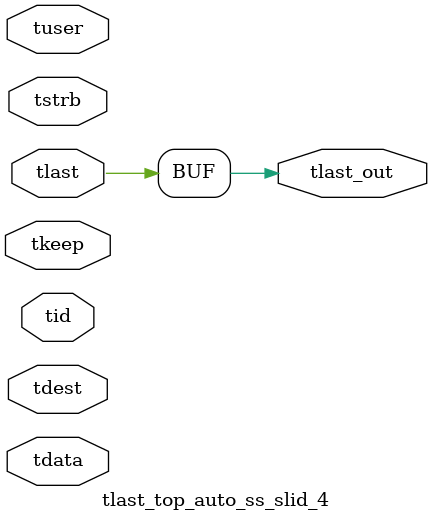
<source format=v>


`timescale 1ps/1ps

module tlast_top_auto_ss_slid_4 #
(
parameter C_S_AXIS_TID_WIDTH   = 1,
parameter C_S_AXIS_TUSER_WIDTH = 0,
parameter C_S_AXIS_TDATA_WIDTH = 0,
parameter C_S_AXIS_TDEST_WIDTH = 0
)
(
input  [(C_S_AXIS_TID_WIDTH   == 0 ? 1 : C_S_AXIS_TID_WIDTH)-1:0       ] tid,
input  [(C_S_AXIS_TDATA_WIDTH == 0 ? 1 : C_S_AXIS_TDATA_WIDTH)-1:0     ] tdata,
input  [(C_S_AXIS_TUSER_WIDTH == 0 ? 1 : C_S_AXIS_TUSER_WIDTH)-1:0     ] tuser,
input  [(C_S_AXIS_TDEST_WIDTH == 0 ? 1 : C_S_AXIS_TDEST_WIDTH)-1:0     ] tdest,
input  [(C_S_AXIS_TDATA_WIDTH/8)-1:0 ] tkeep,
input  [(C_S_AXIS_TDATA_WIDTH/8)-1:0 ] tstrb,
input  [0:0]                                                             tlast,
output                                                                   tlast_out
);

assign tlast_out = {tlast};

endmodule


</source>
